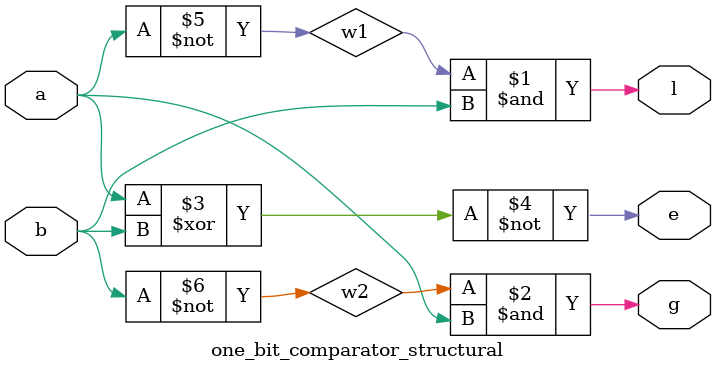
<source format=v>
module one_bit_comparator_structural(output l,e,g,input a,b);
	wire w1,w2;
	not n1(w1,a);
	not n2(w2,b);
	and a1 (l,w1,b);
	and a2 (g,w2,a);
	xnor xn1 (e,a,b);
endmodule 
</source>
